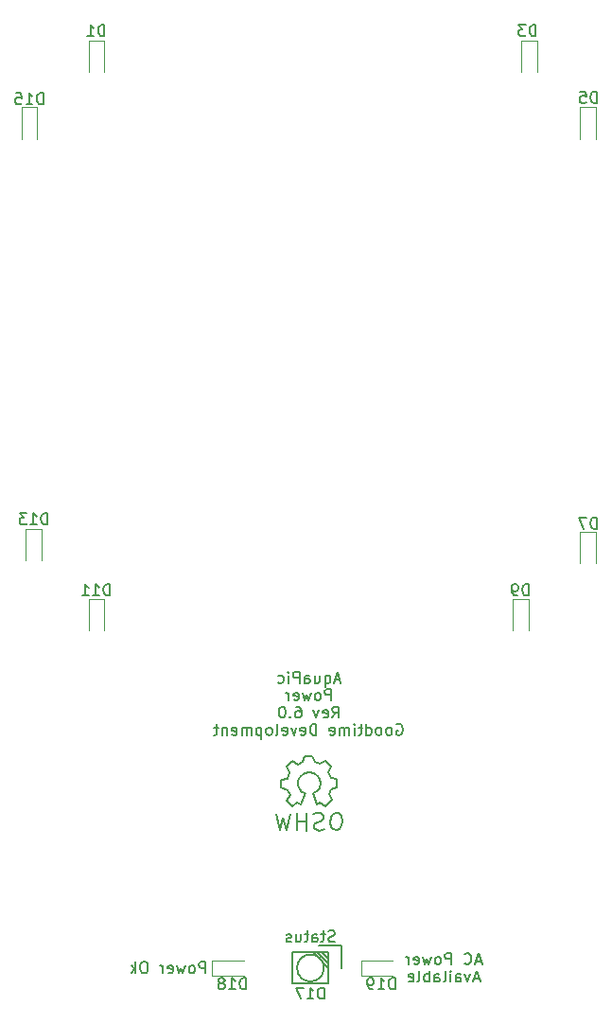
<source format=gbo>
G04 #@! TF.FileFunction,Legend,Bot*
%FSLAX46Y46*%
G04 Gerber Fmt 4.6, Leading zero omitted, Abs format (unit mm)*
G04 Created by KiCad (PCBNEW 4.0.2+dfsg1-stable) date Tue 05 Jun 2018 02:18:01 AM EDT*
%MOMM*%
G01*
G04 APERTURE LIST*
%ADD10C,0.150000*%
%ADD11C,0.120000*%
G04 APERTURE END LIST*
D10*
X52799905Y29590333D02*
X52323714Y29590333D01*
X52895143Y29304619D02*
X52561810Y30304619D01*
X52228476Y29304619D01*
X51466571Y29971286D02*
X51466571Y28971286D01*
X51466571Y29352238D02*
X51561809Y29304619D01*
X51752286Y29304619D01*
X51847524Y29352238D01*
X51895143Y29399857D01*
X51942762Y29495095D01*
X51942762Y29780810D01*
X51895143Y29876048D01*
X51847524Y29923667D01*
X51752286Y29971286D01*
X51561809Y29971286D01*
X51466571Y29923667D01*
X50561809Y29971286D02*
X50561809Y29304619D01*
X50990381Y29971286D02*
X50990381Y29447476D01*
X50942762Y29352238D01*
X50847524Y29304619D01*
X50704666Y29304619D01*
X50609428Y29352238D01*
X50561809Y29399857D01*
X49657047Y29304619D02*
X49657047Y29828429D01*
X49704666Y29923667D01*
X49799904Y29971286D01*
X49990381Y29971286D01*
X50085619Y29923667D01*
X49657047Y29352238D02*
X49752285Y29304619D01*
X49990381Y29304619D01*
X50085619Y29352238D01*
X50133238Y29447476D01*
X50133238Y29542714D01*
X50085619Y29637952D01*
X49990381Y29685571D01*
X49752285Y29685571D01*
X49657047Y29733190D01*
X49180857Y29304619D02*
X49180857Y30304619D01*
X48799904Y30304619D01*
X48704666Y30257000D01*
X48657047Y30209381D01*
X48609428Y30114143D01*
X48609428Y29971286D01*
X48657047Y29876048D01*
X48704666Y29828429D01*
X48799904Y29780810D01*
X49180857Y29780810D01*
X48180857Y29304619D02*
X48180857Y29971286D01*
X48180857Y30304619D02*
X48228476Y30257000D01*
X48180857Y30209381D01*
X48133238Y30257000D01*
X48180857Y30304619D01*
X48180857Y30209381D01*
X47276095Y29352238D02*
X47371333Y29304619D01*
X47561810Y29304619D01*
X47657048Y29352238D01*
X47704667Y29399857D01*
X47752286Y29495095D01*
X47752286Y29780810D01*
X47704667Y29876048D01*
X47657048Y29923667D01*
X47561810Y29971286D01*
X47371333Y29971286D01*
X47276095Y29923667D01*
X52014191Y27754619D02*
X52014191Y28754619D01*
X51633238Y28754619D01*
X51538000Y28707000D01*
X51490381Y28659381D01*
X51442762Y28564143D01*
X51442762Y28421286D01*
X51490381Y28326048D01*
X51538000Y28278429D01*
X51633238Y28230810D01*
X52014191Y28230810D01*
X50871334Y27754619D02*
X50966572Y27802238D01*
X51014191Y27849857D01*
X51061810Y27945095D01*
X51061810Y28230810D01*
X51014191Y28326048D01*
X50966572Y28373667D01*
X50871334Y28421286D01*
X50728476Y28421286D01*
X50633238Y28373667D01*
X50585619Y28326048D01*
X50538000Y28230810D01*
X50538000Y27945095D01*
X50585619Y27849857D01*
X50633238Y27802238D01*
X50728476Y27754619D01*
X50871334Y27754619D01*
X50204667Y28421286D02*
X50014191Y27754619D01*
X49823714Y28230810D01*
X49633238Y27754619D01*
X49442762Y28421286D01*
X48680857Y27802238D02*
X48776095Y27754619D01*
X48966572Y27754619D01*
X49061810Y27802238D01*
X49109429Y27897476D01*
X49109429Y28278429D01*
X49061810Y28373667D01*
X48966572Y28421286D01*
X48776095Y28421286D01*
X48680857Y28373667D01*
X48633238Y28278429D01*
X48633238Y28183190D01*
X49109429Y28087952D01*
X48204667Y27754619D02*
X48204667Y28421286D01*
X48204667Y28230810D02*
X48157048Y28326048D01*
X48109429Y28373667D01*
X48014191Y28421286D01*
X47918952Y28421286D01*
X52109428Y26204619D02*
X52442762Y26680810D01*
X52680857Y26204619D02*
X52680857Y27204619D01*
X52299904Y27204619D01*
X52204666Y27157000D01*
X52157047Y27109381D01*
X52109428Y27014143D01*
X52109428Y26871286D01*
X52157047Y26776048D01*
X52204666Y26728429D01*
X52299904Y26680810D01*
X52680857Y26680810D01*
X51299904Y26252238D02*
X51395142Y26204619D01*
X51585619Y26204619D01*
X51680857Y26252238D01*
X51728476Y26347476D01*
X51728476Y26728429D01*
X51680857Y26823667D01*
X51585619Y26871286D01*
X51395142Y26871286D01*
X51299904Y26823667D01*
X51252285Y26728429D01*
X51252285Y26633190D01*
X51728476Y26537952D01*
X50918952Y26871286D02*
X50680857Y26204619D01*
X50442761Y26871286D01*
X48871332Y27204619D02*
X49061809Y27204619D01*
X49157047Y27157000D01*
X49204666Y27109381D01*
X49299904Y26966524D01*
X49347523Y26776048D01*
X49347523Y26395095D01*
X49299904Y26299857D01*
X49252285Y26252238D01*
X49157047Y26204619D01*
X48966570Y26204619D01*
X48871332Y26252238D01*
X48823713Y26299857D01*
X48776094Y26395095D01*
X48776094Y26633190D01*
X48823713Y26728429D01*
X48871332Y26776048D01*
X48966570Y26823667D01*
X49157047Y26823667D01*
X49252285Y26776048D01*
X49299904Y26728429D01*
X49347523Y26633190D01*
X48347523Y26299857D02*
X48299904Y26252238D01*
X48347523Y26204619D01*
X48395142Y26252238D01*
X48347523Y26299857D01*
X48347523Y26204619D01*
X47680857Y27204619D02*
X47585618Y27204619D01*
X47490380Y27157000D01*
X47442761Y27109381D01*
X47395142Y27014143D01*
X47347523Y26823667D01*
X47347523Y26585571D01*
X47395142Y26395095D01*
X47442761Y26299857D01*
X47490380Y26252238D01*
X47585618Y26204619D01*
X47680857Y26204619D01*
X47776095Y26252238D01*
X47823714Y26299857D01*
X47871333Y26395095D01*
X47918952Y26585571D01*
X47918952Y26823667D01*
X47871333Y27014143D01*
X47823714Y27109381D01*
X47776095Y27157000D01*
X47680857Y27204619D01*
X57871334Y25607000D02*
X57966572Y25654619D01*
X58109429Y25654619D01*
X58252287Y25607000D01*
X58347525Y25511762D01*
X58395144Y25416524D01*
X58442763Y25226048D01*
X58442763Y25083190D01*
X58395144Y24892714D01*
X58347525Y24797476D01*
X58252287Y24702238D01*
X58109429Y24654619D01*
X58014191Y24654619D01*
X57871334Y24702238D01*
X57823715Y24749857D01*
X57823715Y25083190D01*
X58014191Y25083190D01*
X57252287Y24654619D02*
X57347525Y24702238D01*
X57395144Y24749857D01*
X57442763Y24845095D01*
X57442763Y25130810D01*
X57395144Y25226048D01*
X57347525Y25273667D01*
X57252287Y25321286D01*
X57109429Y25321286D01*
X57014191Y25273667D01*
X56966572Y25226048D01*
X56918953Y25130810D01*
X56918953Y24845095D01*
X56966572Y24749857D01*
X57014191Y24702238D01*
X57109429Y24654619D01*
X57252287Y24654619D01*
X56347525Y24654619D02*
X56442763Y24702238D01*
X56490382Y24749857D01*
X56538001Y24845095D01*
X56538001Y25130810D01*
X56490382Y25226048D01*
X56442763Y25273667D01*
X56347525Y25321286D01*
X56204667Y25321286D01*
X56109429Y25273667D01*
X56061810Y25226048D01*
X56014191Y25130810D01*
X56014191Y24845095D01*
X56061810Y24749857D01*
X56109429Y24702238D01*
X56204667Y24654619D01*
X56347525Y24654619D01*
X55157048Y24654619D02*
X55157048Y25654619D01*
X55157048Y24702238D02*
X55252286Y24654619D01*
X55442763Y24654619D01*
X55538001Y24702238D01*
X55585620Y24749857D01*
X55633239Y24845095D01*
X55633239Y25130810D01*
X55585620Y25226048D01*
X55538001Y25273667D01*
X55442763Y25321286D01*
X55252286Y25321286D01*
X55157048Y25273667D01*
X54823715Y25321286D02*
X54442763Y25321286D01*
X54680858Y25654619D02*
X54680858Y24797476D01*
X54633239Y24702238D01*
X54538001Y24654619D01*
X54442763Y24654619D01*
X54109429Y24654619D02*
X54109429Y25321286D01*
X54109429Y25654619D02*
X54157048Y25607000D01*
X54109429Y25559381D01*
X54061810Y25607000D01*
X54109429Y25654619D01*
X54109429Y25559381D01*
X53633239Y24654619D02*
X53633239Y25321286D01*
X53633239Y25226048D02*
X53585620Y25273667D01*
X53490382Y25321286D01*
X53347524Y25321286D01*
X53252286Y25273667D01*
X53204667Y25178429D01*
X53204667Y24654619D01*
X53204667Y25178429D02*
X53157048Y25273667D01*
X53061810Y25321286D01*
X52918953Y25321286D01*
X52823715Y25273667D01*
X52776096Y25178429D01*
X52776096Y24654619D01*
X51918953Y24702238D02*
X52014191Y24654619D01*
X52204668Y24654619D01*
X52299906Y24702238D01*
X52347525Y24797476D01*
X52347525Y25178429D01*
X52299906Y25273667D01*
X52204668Y25321286D01*
X52014191Y25321286D01*
X51918953Y25273667D01*
X51871334Y25178429D01*
X51871334Y25083190D01*
X52347525Y24987952D01*
X50680858Y24654619D02*
X50680858Y25654619D01*
X50442763Y25654619D01*
X50299905Y25607000D01*
X50204667Y25511762D01*
X50157048Y25416524D01*
X50109429Y25226048D01*
X50109429Y25083190D01*
X50157048Y24892714D01*
X50204667Y24797476D01*
X50299905Y24702238D01*
X50442763Y24654619D01*
X50680858Y24654619D01*
X49299905Y24702238D02*
X49395143Y24654619D01*
X49585620Y24654619D01*
X49680858Y24702238D01*
X49728477Y24797476D01*
X49728477Y25178429D01*
X49680858Y25273667D01*
X49585620Y25321286D01*
X49395143Y25321286D01*
X49299905Y25273667D01*
X49252286Y25178429D01*
X49252286Y25083190D01*
X49728477Y24987952D01*
X48918953Y25321286D02*
X48680858Y24654619D01*
X48442762Y25321286D01*
X47680857Y24702238D02*
X47776095Y24654619D01*
X47966572Y24654619D01*
X48061810Y24702238D01*
X48109429Y24797476D01*
X48109429Y25178429D01*
X48061810Y25273667D01*
X47966572Y25321286D01*
X47776095Y25321286D01*
X47680857Y25273667D01*
X47633238Y25178429D01*
X47633238Y25083190D01*
X48109429Y24987952D01*
X47061810Y24654619D02*
X47157048Y24702238D01*
X47204667Y24797476D01*
X47204667Y25654619D01*
X46538000Y24654619D02*
X46633238Y24702238D01*
X46680857Y24749857D01*
X46728476Y24845095D01*
X46728476Y25130810D01*
X46680857Y25226048D01*
X46633238Y25273667D01*
X46538000Y25321286D01*
X46395142Y25321286D01*
X46299904Y25273667D01*
X46252285Y25226048D01*
X46204666Y25130810D01*
X46204666Y24845095D01*
X46252285Y24749857D01*
X46299904Y24702238D01*
X46395142Y24654619D01*
X46538000Y24654619D01*
X45776095Y25321286D02*
X45776095Y24321286D01*
X45776095Y25273667D02*
X45680857Y25321286D01*
X45490380Y25321286D01*
X45395142Y25273667D01*
X45347523Y25226048D01*
X45299904Y25130810D01*
X45299904Y24845095D01*
X45347523Y24749857D01*
X45395142Y24702238D01*
X45490380Y24654619D01*
X45680857Y24654619D01*
X45776095Y24702238D01*
X44871333Y24654619D02*
X44871333Y25321286D01*
X44871333Y25226048D02*
X44823714Y25273667D01*
X44728476Y25321286D01*
X44585618Y25321286D01*
X44490380Y25273667D01*
X44442761Y25178429D01*
X44442761Y24654619D01*
X44442761Y25178429D02*
X44395142Y25273667D01*
X44299904Y25321286D01*
X44157047Y25321286D01*
X44061809Y25273667D01*
X44014190Y25178429D01*
X44014190Y24654619D01*
X43157047Y24702238D02*
X43252285Y24654619D01*
X43442762Y24654619D01*
X43538000Y24702238D01*
X43585619Y24797476D01*
X43585619Y25178429D01*
X43538000Y25273667D01*
X43442762Y25321286D01*
X43252285Y25321286D01*
X43157047Y25273667D01*
X43109428Y25178429D01*
X43109428Y25083190D01*
X43585619Y24987952D01*
X42680857Y25321286D02*
X42680857Y24654619D01*
X42680857Y25226048D02*
X42633238Y25273667D01*
X42538000Y25321286D01*
X42395142Y25321286D01*
X42299904Y25273667D01*
X42252285Y25178429D01*
X42252285Y24654619D01*
X41918952Y25321286D02*
X41538000Y25321286D01*
X41776095Y25654619D02*
X41776095Y24797476D01*
X41728476Y24702238D01*
X41633238Y24654619D01*
X41538000Y24654619D01*
X65436334Y4418333D02*
X64960143Y4418333D01*
X65531572Y4132619D02*
X65198239Y5132619D01*
X64864905Y4132619D01*
X63960143Y4227857D02*
X64007762Y4180238D01*
X64150619Y4132619D01*
X64245857Y4132619D01*
X64388715Y4180238D01*
X64483953Y4275476D01*
X64531572Y4370714D01*
X64579191Y4561190D01*
X64579191Y4704048D01*
X64531572Y4894524D01*
X64483953Y4989762D01*
X64388715Y5085000D01*
X64245857Y5132619D01*
X64150619Y5132619D01*
X64007762Y5085000D01*
X63960143Y5037381D01*
X62769667Y4132619D02*
X62769667Y5132619D01*
X62388714Y5132619D01*
X62293476Y5085000D01*
X62245857Y5037381D01*
X62198238Y4942143D01*
X62198238Y4799286D01*
X62245857Y4704048D01*
X62293476Y4656429D01*
X62388714Y4608810D01*
X62769667Y4608810D01*
X61626810Y4132619D02*
X61722048Y4180238D01*
X61769667Y4227857D01*
X61817286Y4323095D01*
X61817286Y4608810D01*
X61769667Y4704048D01*
X61722048Y4751667D01*
X61626810Y4799286D01*
X61483952Y4799286D01*
X61388714Y4751667D01*
X61341095Y4704048D01*
X61293476Y4608810D01*
X61293476Y4323095D01*
X61341095Y4227857D01*
X61388714Y4180238D01*
X61483952Y4132619D01*
X61626810Y4132619D01*
X60960143Y4799286D02*
X60769667Y4132619D01*
X60579190Y4608810D01*
X60388714Y4132619D01*
X60198238Y4799286D01*
X59436333Y4180238D02*
X59531571Y4132619D01*
X59722048Y4132619D01*
X59817286Y4180238D01*
X59864905Y4275476D01*
X59864905Y4656429D01*
X59817286Y4751667D01*
X59722048Y4799286D01*
X59531571Y4799286D01*
X59436333Y4751667D01*
X59388714Y4656429D01*
X59388714Y4561190D01*
X59864905Y4465952D01*
X58960143Y4132619D02*
X58960143Y4799286D01*
X58960143Y4608810D02*
X58912524Y4704048D01*
X58864905Y4751667D01*
X58769667Y4799286D01*
X58674428Y4799286D01*
X65269667Y2868333D02*
X64793476Y2868333D01*
X65364905Y2582619D02*
X65031572Y3582619D01*
X64698238Y2582619D01*
X64460143Y3249286D02*
X64222048Y2582619D01*
X63983952Y3249286D01*
X63174428Y2582619D02*
X63174428Y3106429D01*
X63222047Y3201667D01*
X63317285Y3249286D01*
X63507762Y3249286D01*
X63603000Y3201667D01*
X63174428Y2630238D02*
X63269666Y2582619D01*
X63507762Y2582619D01*
X63603000Y2630238D01*
X63650619Y2725476D01*
X63650619Y2820714D01*
X63603000Y2915952D01*
X63507762Y2963571D01*
X63269666Y2963571D01*
X63174428Y3011190D01*
X62698238Y2582619D02*
X62698238Y3249286D01*
X62698238Y3582619D02*
X62745857Y3535000D01*
X62698238Y3487381D01*
X62650619Y3535000D01*
X62698238Y3582619D01*
X62698238Y3487381D01*
X62079191Y2582619D02*
X62174429Y2630238D01*
X62222048Y2725476D01*
X62222048Y3582619D01*
X61269666Y2582619D02*
X61269666Y3106429D01*
X61317285Y3201667D01*
X61412523Y3249286D01*
X61603000Y3249286D01*
X61698238Y3201667D01*
X61269666Y2630238D02*
X61364904Y2582619D01*
X61603000Y2582619D01*
X61698238Y2630238D01*
X61745857Y2725476D01*
X61745857Y2820714D01*
X61698238Y2915952D01*
X61603000Y2963571D01*
X61364904Y2963571D01*
X61269666Y3011190D01*
X60793476Y2582619D02*
X60793476Y3582619D01*
X60793476Y3201667D02*
X60698238Y3249286D01*
X60507761Y3249286D01*
X60412523Y3201667D01*
X60364904Y3154048D01*
X60317285Y3058810D01*
X60317285Y2773095D01*
X60364904Y2677857D01*
X60412523Y2630238D01*
X60507761Y2582619D01*
X60698238Y2582619D01*
X60793476Y2630238D01*
X59745857Y2582619D02*
X59841095Y2630238D01*
X59888714Y2725476D01*
X59888714Y3582619D01*
X58983951Y2630238D02*
X59079189Y2582619D01*
X59269666Y2582619D01*
X59364904Y2630238D01*
X59412523Y2725476D01*
X59412523Y3106429D01*
X59364904Y3201667D01*
X59269666Y3249286D01*
X59079189Y3249286D01*
X58983951Y3201667D01*
X58936332Y3106429D01*
X58936332Y3011190D01*
X59412523Y2915952D01*
X40750715Y3357619D02*
X40750715Y4357619D01*
X40369762Y4357619D01*
X40274524Y4310000D01*
X40226905Y4262381D01*
X40179286Y4167143D01*
X40179286Y4024286D01*
X40226905Y3929048D01*
X40274524Y3881429D01*
X40369762Y3833810D01*
X40750715Y3833810D01*
X39607858Y3357619D02*
X39703096Y3405238D01*
X39750715Y3452857D01*
X39798334Y3548095D01*
X39798334Y3833810D01*
X39750715Y3929048D01*
X39703096Y3976667D01*
X39607858Y4024286D01*
X39465000Y4024286D01*
X39369762Y3976667D01*
X39322143Y3929048D01*
X39274524Y3833810D01*
X39274524Y3548095D01*
X39322143Y3452857D01*
X39369762Y3405238D01*
X39465000Y3357619D01*
X39607858Y3357619D01*
X38941191Y4024286D02*
X38750715Y3357619D01*
X38560238Y3833810D01*
X38369762Y3357619D01*
X38179286Y4024286D01*
X37417381Y3405238D02*
X37512619Y3357619D01*
X37703096Y3357619D01*
X37798334Y3405238D01*
X37845953Y3500476D01*
X37845953Y3881429D01*
X37798334Y3976667D01*
X37703096Y4024286D01*
X37512619Y4024286D01*
X37417381Y3976667D01*
X37369762Y3881429D01*
X37369762Y3786190D01*
X37845953Y3690952D01*
X36941191Y3357619D02*
X36941191Y4024286D01*
X36941191Y3833810D02*
X36893572Y3929048D01*
X36845953Y3976667D01*
X36750715Y4024286D01*
X36655476Y4024286D01*
X35369762Y4357619D02*
X35179285Y4357619D01*
X35084047Y4310000D01*
X34988809Y4214762D01*
X34941190Y4024286D01*
X34941190Y3690952D01*
X34988809Y3500476D01*
X35084047Y3405238D01*
X35179285Y3357619D01*
X35369762Y3357619D01*
X35465000Y3405238D01*
X35560238Y3500476D01*
X35607857Y3690952D01*
X35607857Y4024286D01*
X35560238Y4214762D01*
X35465000Y4310000D01*
X35369762Y4357619D01*
X34512619Y3357619D02*
X34512619Y4357619D01*
X34417381Y3738571D02*
X34131666Y3357619D01*
X34131666Y4024286D02*
X34512619Y3643333D01*
X52331667Y6199238D02*
X52188810Y6151619D01*
X51950714Y6151619D01*
X51855476Y6199238D01*
X51807857Y6246857D01*
X51760238Y6342095D01*
X51760238Y6437333D01*
X51807857Y6532571D01*
X51855476Y6580190D01*
X51950714Y6627810D01*
X52141191Y6675429D01*
X52236429Y6723048D01*
X52284048Y6770667D01*
X52331667Y6865905D01*
X52331667Y6961143D01*
X52284048Y7056381D01*
X52236429Y7104000D01*
X52141191Y7151619D01*
X51903095Y7151619D01*
X51760238Y7104000D01*
X51474524Y6818286D02*
X51093572Y6818286D01*
X51331667Y7151619D02*
X51331667Y6294476D01*
X51284048Y6199238D01*
X51188810Y6151619D01*
X51093572Y6151619D01*
X50331666Y6151619D02*
X50331666Y6675429D01*
X50379285Y6770667D01*
X50474523Y6818286D01*
X50665000Y6818286D01*
X50760238Y6770667D01*
X50331666Y6199238D02*
X50426904Y6151619D01*
X50665000Y6151619D01*
X50760238Y6199238D01*
X50807857Y6294476D01*
X50807857Y6389714D01*
X50760238Y6484952D01*
X50665000Y6532571D01*
X50426904Y6532571D01*
X50331666Y6580190D01*
X49998333Y6818286D02*
X49617381Y6818286D01*
X49855476Y7151619D02*
X49855476Y6294476D01*
X49807857Y6199238D01*
X49712619Y6151619D01*
X49617381Y6151619D01*
X48855475Y6818286D02*
X48855475Y6151619D01*
X49284047Y6818286D02*
X49284047Y6294476D01*
X49236428Y6199238D01*
X49141190Y6151619D01*
X48998332Y6151619D01*
X48903094Y6199238D01*
X48855475Y6246857D01*
X48426904Y6199238D02*
X48331666Y6151619D01*
X48141190Y6151619D01*
X48045951Y6199238D01*
X47998332Y6294476D01*
X47998332Y6342095D01*
X48045951Y6437333D01*
X48141190Y6484952D01*
X48284047Y6484952D01*
X48379285Y6532571D01*
X48426904Y6627810D01*
X48426904Y6675429D01*
X48379285Y6770667D01*
X48284047Y6818286D01*
X48141190Y6818286D01*
X48045951Y6770667D01*
D11*
X30300000Y86800000D02*
X31700000Y86800000D01*
X31700000Y86800000D02*
X31700000Y84000000D01*
X30300000Y86800000D02*
X30300000Y84000000D01*
D10*
X52915000Y3810000D02*
X52915000Y5810000D01*
X52915000Y5810000D02*
X50915000Y5810000D01*
X51765000Y4610000D02*
X51165000Y5210000D01*
X51765000Y4210000D02*
X50765000Y5210000D01*
X51765000Y3810000D02*
X50365000Y5210000D01*
X51365000Y3810000D02*
G75*
G03X51365000Y3810000I-1200000J0D01*
G01*
X48565000Y2410000D02*
X48565000Y5210000D01*
X48565000Y5210000D02*
X51765000Y5210000D01*
X51765000Y5210000D02*
X51765000Y2410000D01*
X51765000Y2410000D02*
X48565000Y2410000D01*
D11*
X41380000Y3110000D02*
X41380000Y4510000D01*
X41380000Y4510000D02*
X44180000Y4510000D01*
X41380000Y3110000D02*
X44180000Y3110000D01*
X69050000Y86800000D02*
X70450000Y86800000D01*
X70450000Y86800000D02*
X70450000Y84000000D01*
X69050000Y86800000D02*
X69050000Y84000000D01*
X74300000Y80800000D02*
X75700000Y80800000D01*
X75700000Y80800000D02*
X75700000Y78000000D01*
X74300000Y80800000D02*
X74300000Y78000000D01*
X74300000Y42800000D02*
X75700000Y42800000D01*
X75700000Y42800000D02*
X75700000Y40000000D01*
X74300000Y42800000D02*
X74300000Y40000000D01*
X68300000Y36800000D02*
X69700000Y36800000D01*
X69700000Y36800000D02*
X69700000Y34000000D01*
X68300000Y36800000D02*
X68300000Y34000000D01*
X30300000Y36800000D02*
X31700000Y36800000D01*
X31700000Y36800000D02*
X31700000Y34000000D01*
X30300000Y36800000D02*
X30300000Y34000000D01*
X24700000Y43075000D02*
X26100000Y43075000D01*
X26100000Y43075000D02*
X26100000Y40275000D01*
X24700000Y43075000D02*
X24700000Y40275000D01*
X24300000Y80800000D02*
X25700000Y80800000D01*
X25700000Y80800000D02*
X25700000Y78000000D01*
X24300000Y80800000D02*
X24300000Y78000000D01*
X54715000Y3110000D02*
X54715000Y4510000D01*
X54715000Y4510000D02*
X57515000Y4510000D01*
X54715000Y3110000D02*
X57515000Y3110000D01*
D10*
X48369220Y17630140D02*
X48008540Y16159480D01*
X48008540Y16159480D02*
X47729140Y17221200D01*
X47729140Y17221200D02*
X47419260Y16149320D01*
X47419260Y16149320D02*
X47078900Y17599660D01*
X49789080Y16939260D02*
X48999140Y16949420D01*
X48999140Y16949420D02*
X48988980Y16939260D01*
X48988980Y16939260D02*
X48988980Y16949420D01*
X48948340Y17660620D02*
X48948340Y16118840D01*
X49837340Y17670780D02*
X49837340Y16101060D01*
X49837340Y16101060D02*
X49827180Y16111220D01*
X50388520Y17569180D02*
X50739040Y17650460D01*
X50739040Y17650460D02*
X51059080Y17660620D01*
X51059080Y17660620D02*
X51297840Y17459960D01*
X51297840Y17459960D02*
X51328320Y17190720D01*
X51328320Y17190720D02*
X51087020Y16949420D01*
X51087020Y16949420D02*
X50698400Y16819880D01*
X50698400Y16819880D02*
X50518060Y16659860D01*
X50518060Y16659860D02*
X50477420Y16360140D01*
X50477420Y16360140D02*
X50708560Y16139160D01*
X50708560Y16139160D02*
X51028600Y16111220D01*
X51028600Y16111220D02*
X51379120Y16220440D01*
X52417980Y17670780D02*
X52666900Y17650460D01*
X52666900Y17650460D02*
X52908200Y17409160D01*
X52908200Y17409160D02*
X52997100Y16918940D01*
X52997100Y16918940D02*
X52969160Y16570960D01*
X52969160Y16570960D02*
X52768500Y16250920D01*
X52768500Y16250920D02*
X52517040Y16129000D01*
X52517040Y16129000D02*
X52207160Y16200120D01*
X52207160Y16200120D02*
X51988720Y16380460D01*
X51988720Y16380460D02*
X51917600Y16840200D01*
X51917600Y16840200D02*
X51968400Y17249140D01*
X51968400Y17249140D02*
X52077620Y17531080D01*
X52077620Y17531080D02*
X52438300Y17660620D01*
X51818540Y19390360D02*
X52077620Y18829020D01*
X52077620Y18829020D02*
X51539140Y18310860D01*
X51539140Y18310860D02*
X51018440Y18580100D01*
X51018440Y18580100D02*
X50739040Y18420080D01*
X49298860Y18440400D02*
X48968660Y18630900D01*
X48968660Y18630900D02*
X48529240Y18300700D01*
X48529240Y18300700D02*
X48056800Y18790920D01*
X48056800Y18790920D02*
X48338740Y19270980D01*
X48338740Y19270980D02*
X48148240Y19740880D01*
X48148240Y19740880D02*
X47538640Y19928840D01*
X47538640Y19928840D02*
X47538640Y20609560D01*
X47538640Y20609560D02*
X48097440Y20749260D01*
X48097440Y20749260D02*
X48298100Y21320760D01*
X48298100Y21320760D02*
X48028860Y21790660D01*
X48028860Y21790660D02*
X48498760Y22301200D01*
X48498760Y22301200D02*
X49016920Y22039580D01*
X49016920Y22039580D02*
X49486820Y22240240D01*
X49486820Y22240240D02*
X49657000Y22781260D01*
X49657000Y22781260D02*
X50347880Y22799040D01*
X50347880Y22799040D02*
X50558700Y22250400D01*
X50558700Y22250400D02*
X50977800Y22080220D01*
X50977800Y22080220D02*
X51528980Y22349460D01*
X51528980Y22349460D02*
X52047140Y21821140D01*
X52047140Y21821140D02*
X51798220Y21280120D01*
X51798220Y21280120D02*
X51968400Y20800060D01*
X51968400Y20800060D02*
X52517040Y20701000D01*
X52517040Y20701000D02*
X52527200Y19999960D01*
X52527200Y19999960D02*
X51968400Y19799300D01*
X51968400Y19799300D02*
X51828700Y19400520D01*
X49687480Y19420840D02*
X49387760Y19570700D01*
X49387760Y19570700D02*
X49187100Y19768820D01*
X49187100Y19768820D02*
X49037240Y20170140D01*
X49037240Y20170140D02*
X49037240Y20568920D01*
X49037240Y20568920D02*
X49187100Y20919440D01*
X49187100Y20919440D02*
X49639220Y21269960D01*
X49639220Y21269960D02*
X50088800Y21320760D01*
X50088800Y21320760D02*
X50487580Y21219160D01*
X50487580Y21219160D02*
X50888900Y20871180D01*
X50888900Y20871180D02*
X51038760Y20419060D01*
X51038760Y20419060D02*
X50987960Y19921220D01*
X50987960Y19921220D02*
X50739040Y19618960D01*
X50739040Y19618960D02*
X50388520Y19420840D01*
X50388520Y19420840D02*
X50739040Y18420080D01*
X49687480Y19420840D02*
X49288700Y18420080D01*
X31726095Y87177619D02*
X31726095Y88177619D01*
X31488000Y88177619D01*
X31345142Y88130000D01*
X31249904Y88034762D01*
X31202285Y87939524D01*
X31154666Y87749048D01*
X31154666Y87606190D01*
X31202285Y87415714D01*
X31249904Y87320476D01*
X31345142Y87225238D01*
X31488000Y87177619D01*
X31726095Y87177619D01*
X30202285Y87177619D02*
X30773714Y87177619D01*
X30488000Y87177619D02*
X30488000Y88177619D01*
X30583238Y88034762D01*
X30678476Y87939524D01*
X30773714Y87891905D01*
X51379286Y1057619D02*
X51379286Y2057619D01*
X51141191Y2057619D01*
X50998333Y2010000D01*
X50903095Y1914762D01*
X50855476Y1819524D01*
X50807857Y1629048D01*
X50807857Y1486190D01*
X50855476Y1295714D01*
X50903095Y1200476D01*
X50998333Y1105238D01*
X51141191Y1057619D01*
X51379286Y1057619D01*
X49855476Y1057619D02*
X50426905Y1057619D01*
X50141191Y1057619D02*
X50141191Y2057619D01*
X50236429Y1914762D01*
X50331667Y1819524D01*
X50426905Y1771905D01*
X49522143Y2057619D02*
X48855476Y2057619D01*
X49284048Y1057619D01*
X44394286Y1907619D02*
X44394286Y2907619D01*
X44156191Y2907619D01*
X44013333Y2860000D01*
X43918095Y2764762D01*
X43870476Y2669524D01*
X43822857Y2479048D01*
X43822857Y2336190D01*
X43870476Y2145714D01*
X43918095Y2050476D01*
X44013333Y1955238D01*
X44156191Y1907619D01*
X44394286Y1907619D01*
X42870476Y1907619D02*
X43441905Y1907619D01*
X43156191Y1907619D02*
X43156191Y2907619D01*
X43251429Y2764762D01*
X43346667Y2669524D01*
X43441905Y2621905D01*
X42299048Y2479048D02*
X42394286Y2526667D01*
X42441905Y2574286D01*
X42489524Y2669524D01*
X42489524Y2717143D01*
X42441905Y2812381D01*
X42394286Y2860000D01*
X42299048Y2907619D01*
X42108571Y2907619D01*
X42013333Y2860000D01*
X41965714Y2812381D01*
X41918095Y2717143D01*
X41918095Y2669524D01*
X41965714Y2574286D01*
X42013333Y2526667D01*
X42108571Y2479048D01*
X42299048Y2479048D01*
X42394286Y2431429D01*
X42441905Y2383810D01*
X42489524Y2288571D01*
X42489524Y2098095D01*
X42441905Y2002857D01*
X42394286Y1955238D01*
X42299048Y1907619D01*
X42108571Y1907619D01*
X42013333Y1955238D01*
X41965714Y2002857D01*
X41918095Y2098095D01*
X41918095Y2288571D01*
X41965714Y2383810D01*
X42013333Y2431429D01*
X42108571Y2479048D01*
X70334095Y87177619D02*
X70334095Y88177619D01*
X70096000Y88177619D01*
X69953142Y88130000D01*
X69857904Y88034762D01*
X69810285Y87939524D01*
X69762666Y87749048D01*
X69762666Y87606190D01*
X69810285Y87415714D01*
X69857904Y87320476D01*
X69953142Y87225238D01*
X70096000Y87177619D01*
X70334095Y87177619D01*
X69429333Y88177619D02*
X68810285Y88177619D01*
X69143619Y87796667D01*
X69000761Y87796667D01*
X68905523Y87749048D01*
X68857904Y87701429D01*
X68810285Y87606190D01*
X68810285Y87368095D01*
X68857904Y87272857D01*
X68905523Y87225238D01*
X69000761Y87177619D01*
X69286476Y87177619D01*
X69381714Y87225238D01*
X69429333Y87272857D01*
X75795095Y81208619D02*
X75795095Y82208619D01*
X75557000Y82208619D01*
X75414142Y82161000D01*
X75318904Y82065762D01*
X75271285Y81970524D01*
X75223666Y81780048D01*
X75223666Y81637190D01*
X75271285Y81446714D01*
X75318904Y81351476D01*
X75414142Y81256238D01*
X75557000Y81208619D01*
X75795095Y81208619D01*
X74318904Y82208619D02*
X74795095Y82208619D01*
X74842714Y81732429D01*
X74795095Y81780048D01*
X74699857Y81827667D01*
X74461761Y81827667D01*
X74366523Y81780048D01*
X74318904Y81732429D01*
X74271285Y81637190D01*
X74271285Y81399095D01*
X74318904Y81303857D01*
X74366523Y81256238D01*
X74461761Y81208619D01*
X74699857Y81208619D01*
X74795095Y81256238D01*
X74842714Y81303857D01*
X75795095Y43108619D02*
X75795095Y44108619D01*
X75557000Y44108619D01*
X75414142Y44061000D01*
X75318904Y43965762D01*
X75271285Y43870524D01*
X75223666Y43680048D01*
X75223666Y43537190D01*
X75271285Y43346714D01*
X75318904Y43251476D01*
X75414142Y43156238D01*
X75557000Y43108619D01*
X75795095Y43108619D01*
X74890333Y44108619D02*
X74223666Y44108619D01*
X74652238Y43108619D01*
X69699095Y37139619D02*
X69699095Y38139619D01*
X69461000Y38139619D01*
X69318142Y38092000D01*
X69222904Y37996762D01*
X69175285Y37901524D01*
X69127666Y37711048D01*
X69127666Y37568190D01*
X69175285Y37377714D01*
X69222904Y37282476D01*
X69318142Y37187238D01*
X69461000Y37139619D01*
X69699095Y37139619D01*
X68651476Y37139619D02*
X68461000Y37139619D01*
X68365761Y37187238D01*
X68318142Y37234857D01*
X68222904Y37377714D01*
X68175285Y37568190D01*
X68175285Y37949143D01*
X68222904Y38044381D01*
X68270523Y38092000D01*
X68365761Y38139619D01*
X68556238Y38139619D01*
X68651476Y38092000D01*
X68699095Y38044381D01*
X68746714Y37949143D01*
X68746714Y37711048D01*
X68699095Y37615810D01*
X68651476Y37568190D01*
X68556238Y37520571D01*
X68365761Y37520571D01*
X68270523Y37568190D01*
X68222904Y37615810D01*
X68175285Y37711048D01*
X32202286Y37139619D02*
X32202286Y38139619D01*
X31964191Y38139619D01*
X31821333Y38092000D01*
X31726095Y37996762D01*
X31678476Y37901524D01*
X31630857Y37711048D01*
X31630857Y37568190D01*
X31678476Y37377714D01*
X31726095Y37282476D01*
X31821333Y37187238D01*
X31964191Y37139619D01*
X32202286Y37139619D01*
X30678476Y37139619D02*
X31249905Y37139619D01*
X30964191Y37139619D02*
X30964191Y38139619D01*
X31059429Y37996762D01*
X31154667Y37901524D01*
X31249905Y37853905D01*
X29726095Y37139619D02*
X30297524Y37139619D01*
X30011810Y37139619D02*
X30011810Y38139619D01*
X30107048Y37996762D01*
X30202286Y37901524D01*
X30297524Y37853905D01*
X26614286Y43489619D02*
X26614286Y44489619D01*
X26376191Y44489619D01*
X26233333Y44442000D01*
X26138095Y44346762D01*
X26090476Y44251524D01*
X26042857Y44061048D01*
X26042857Y43918190D01*
X26090476Y43727714D01*
X26138095Y43632476D01*
X26233333Y43537238D01*
X26376191Y43489619D01*
X26614286Y43489619D01*
X25090476Y43489619D02*
X25661905Y43489619D01*
X25376191Y43489619D02*
X25376191Y44489619D01*
X25471429Y44346762D01*
X25566667Y44251524D01*
X25661905Y44203905D01*
X24757143Y44489619D02*
X24138095Y44489619D01*
X24471429Y44108667D01*
X24328571Y44108667D01*
X24233333Y44061048D01*
X24185714Y44013429D01*
X24138095Y43918190D01*
X24138095Y43680095D01*
X24185714Y43584857D01*
X24233333Y43537238D01*
X24328571Y43489619D01*
X24614286Y43489619D01*
X24709524Y43537238D01*
X24757143Y43584857D01*
X26233286Y81081619D02*
X26233286Y82081619D01*
X25995191Y82081619D01*
X25852333Y82034000D01*
X25757095Y81938762D01*
X25709476Y81843524D01*
X25661857Y81653048D01*
X25661857Y81510190D01*
X25709476Y81319714D01*
X25757095Y81224476D01*
X25852333Y81129238D01*
X25995191Y81081619D01*
X26233286Y81081619D01*
X24709476Y81081619D02*
X25280905Y81081619D01*
X24995191Y81081619D02*
X24995191Y82081619D01*
X25090429Y81938762D01*
X25185667Y81843524D01*
X25280905Y81795905D01*
X23804714Y82081619D02*
X24280905Y82081619D01*
X24328524Y81605429D01*
X24280905Y81653048D01*
X24185667Y81700667D01*
X23947571Y81700667D01*
X23852333Y81653048D01*
X23804714Y81605429D01*
X23757095Y81510190D01*
X23757095Y81272095D01*
X23804714Y81176857D01*
X23852333Y81129238D01*
X23947571Y81081619D01*
X24185667Y81081619D01*
X24280905Y81129238D01*
X24328524Y81176857D01*
X57729286Y1907619D02*
X57729286Y2907619D01*
X57491191Y2907619D01*
X57348333Y2860000D01*
X57253095Y2764762D01*
X57205476Y2669524D01*
X57157857Y2479048D01*
X57157857Y2336190D01*
X57205476Y2145714D01*
X57253095Y2050476D01*
X57348333Y1955238D01*
X57491191Y1907619D01*
X57729286Y1907619D01*
X56205476Y1907619D02*
X56776905Y1907619D01*
X56491191Y1907619D02*
X56491191Y2907619D01*
X56586429Y2764762D01*
X56681667Y2669524D01*
X56776905Y2621905D01*
X55729286Y1907619D02*
X55538810Y1907619D01*
X55443571Y1955238D01*
X55395952Y2002857D01*
X55300714Y2145714D01*
X55253095Y2336190D01*
X55253095Y2717143D01*
X55300714Y2812381D01*
X55348333Y2860000D01*
X55443571Y2907619D01*
X55634048Y2907619D01*
X55729286Y2860000D01*
X55776905Y2812381D01*
X55824524Y2717143D01*
X55824524Y2479048D01*
X55776905Y2383810D01*
X55729286Y2336190D01*
X55634048Y2288571D01*
X55443571Y2288571D01*
X55348333Y2336190D01*
X55300714Y2383810D01*
X55253095Y2479048D01*
M02*

</source>
